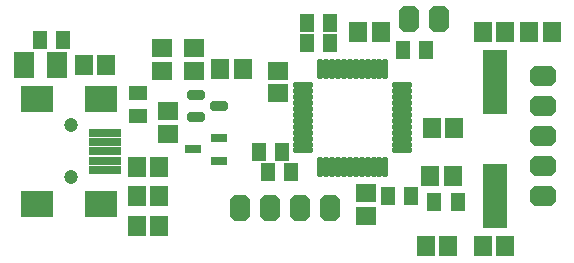
<source format=gts>
G04*
G04 #@! TF.GenerationSoftware,Altium Limited,Altium Designer,24.3.1 (35)*
G04*
G04 Layer_Color=8388736*
%FSLAX44Y44*%
%MOMM*%
G71*
G04*
G04 #@! TF.SameCoordinates,268BF101-0F90-4EF0-BC03-07382AAEC2E5*
G04*
G04*
G04 #@! TF.FilePolarity,Negative*
G04*
G01*
G75*
G04:AMPARAMS|DCode=29|XSize=0.4832mm|YSize=1.7632mm|CornerRadius=0.1716mm|HoleSize=0mm|Usage=FLASHONLY|Rotation=270.000|XOffset=0mm|YOffset=0mm|HoleType=Round|Shape=RoundedRectangle|*
%AMROUNDEDRECTD29*
21,1,0.4832,1.4200,0,0,270.0*
21,1,0.1400,1.7632,0,0,270.0*
1,1,0.3432,-0.7100,-0.0700*
1,1,0.3432,-0.7100,0.0700*
1,1,0.3432,0.7100,0.0700*
1,1,0.3432,0.7100,-0.0700*
%
%ADD29ROUNDEDRECTD29*%
%ADD30R,1.5032X1.8032*%
G04:AMPARAMS|DCode=31|XSize=0.4832mm|YSize=1.7632mm|CornerRadius=0.1716mm|HoleSize=0mm|Usage=FLASHONLY|Rotation=180.000|XOffset=0mm|YOffset=0mm|HoleType=Round|Shape=RoundedRectangle|*
%AMROUNDEDRECTD31*
21,1,0.4832,1.4200,0,0,180.0*
21,1,0.1400,1.7632,0,0,180.0*
1,1,0.3432,-0.0700,0.7100*
1,1,0.3432,0.0700,0.7100*
1,1,0.3432,0.0700,-0.7100*
1,1,0.3432,-0.0700,-0.7100*
%
%ADD31ROUNDEDRECTD31*%
%ADD32R,1.1532X1.5032*%
%ADD33R,1.8032X1.5032*%
%ADD34R,1.3532X0.8032*%
%ADD35R,2.1336X5.5372*%
G04:AMPARAMS|DCode=36|XSize=1.4632mm|YSize=0.7932mm|CornerRadius=0.1754mm|HoleSize=0mm|Usage=FLASHONLY|Rotation=0.000|XOffset=0mm|YOffset=0mm|HoleType=Round|Shape=RoundedRectangle|*
%AMROUNDEDRECTD36*
21,1,1.4632,0.4425,0,0,0.0*
21,1,1.1125,0.7932,0,0,0.0*
1,1,0.3507,0.5563,-0.2213*
1,1,0.3507,-0.5563,-0.2213*
1,1,0.3507,-0.5563,0.2213*
1,1,0.3507,0.5563,0.2213*
%
%ADD36ROUNDEDRECTD36*%
%ADD37R,1.5032X1.1532*%
%ADD38R,2.7032X0.7270*%
%ADD39R,2.7032X2.2032*%
%ADD40R,1.8032X2.2032*%
G04:AMPARAMS|DCode=41|XSize=2.2352mm|YSize=1.7272mm|CornerRadius=0mm|HoleSize=0mm|Usage=FLASHONLY|Rotation=90.000|XOffset=0mm|YOffset=0mm|HoleType=Round|Shape=Octagon|*
%AMOCTAGOND41*
4,1,8,0.4318,1.1176,-0.4318,1.1176,-0.8636,0.6858,-0.8636,-0.6858,-0.4318,-1.1176,0.4318,-1.1176,0.8636,-0.6858,0.8636,0.6858,0.4318,1.1176,0.0*
%
%ADD41OCTAGOND41*%

G04:AMPARAMS|DCode=42|XSize=2.2352mm|YSize=1.7272mm|CornerRadius=0mm|HoleSize=0mm|Usage=FLASHONLY|Rotation=180.000|XOffset=0mm|YOffset=0mm|HoleType=Round|Shape=Octagon|*
%AMOCTAGOND42*
4,1,8,-1.1176,0.4318,-1.1176,-0.4318,-0.6858,-0.8636,0.6858,-0.8636,1.1176,-0.4318,1.1176,0.4318,0.6858,0.8636,-0.6858,0.8636,-1.1176,0.4318,0.0*
%
%ADD42OCTAGOND42*%

%ADD43C,1.2032*%
D29*
X782430Y793870D02*
D03*
Y773870D02*
D03*
Y778870D02*
D03*
Y783870D02*
D03*
Y788870D02*
D03*
Y798870D02*
D03*
Y803870D02*
D03*
Y808870D02*
D03*
Y813870D02*
D03*
Y818870D02*
D03*
Y823870D02*
D03*
Y828870D02*
D03*
X866030D02*
D03*
Y823870D02*
D03*
Y818870D02*
D03*
Y813870D02*
D03*
Y808870D02*
D03*
Y803870D02*
D03*
Y798870D02*
D03*
Y793870D02*
D03*
Y788870D02*
D03*
Y783870D02*
D03*
Y778870D02*
D03*
Y773870D02*
D03*
D30*
X660400Y735330D02*
D03*
Y759460D02*
D03*
X847700Y873760D02*
D03*
X828700D02*
D03*
X641400Y759460D02*
D03*
X992480Y873760D02*
D03*
X973480D02*
D03*
X953110D02*
D03*
X934110D02*
D03*
X596290Y845820D02*
D03*
X615290D02*
D03*
X909930Y792480D02*
D03*
X890930D02*
D03*
X908660Y751840D02*
D03*
X889660D02*
D03*
X885850Y692912D02*
D03*
X904850D02*
D03*
X934110D02*
D03*
X953110D02*
D03*
X641400Y735330D02*
D03*
Y709930D02*
D03*
X660400D02*
D03*
X711860Y843026D02*
D03*
X730860D02*
D03*
D31*
X851730Y759570D02*
D03*
X846730D02*
D03*
X841730D02*
D03*
X836730D02*
D03*
X831730D02*
D03*
X826730D02*
D03*
X821730D02*
D03*
X816730D02*
D03*
X811730D02*
D03*
X806730D02*
D03*
X801730D02*
D03*
X796730D02*
D03*
Y843170D02*
D03*
X801730D02*
D03*
X806730D02*
D03*
X811730D02*
D03*
X816730D02*
D03*
X821730D02*
D03*
X826730D02*
D03*
X831730D02*
D03*
X836730D02*
D03*
X841730D02*
D03*
X846730D02*
D03*
X851730D02*
D03*
D32*
X853600Y735330D02*
D03*
X873600Y735330D02*
D03*
X578960Y867410D02*
D03*
X558960Y867410D02*
D03*
X772000Y755650D02*
D03*
X752000Y755650D02*
D03*
X764380Y772160D02*
D03*
X744380Y772160D02*
D03*
X785020Y881380D02*
D03*
X805020Y881380D02*
D03*
X785020Y864870D02*
D03*
X805020Y864870D02*
D03*
X886300Y858520D02*
D03*
X866300Y858520D02*
D03*
X912970Y730250D02*
D03*
X892970Y730250D02*
D03*
D33*
X760730Y822350D02*
D03*
Y841350D02*
D03*
X835660Y718710D02*
D03*
Y737710D02*
D03*
X668020Y788060D02*
D03*
Y807060D02*
D03*
X689610Y841400D02*
D03*
Y860400D02*
D03*
X662940Y841400D02*
D03*
Y860400D02*
D03*
D34*
X688520Y774700D02*
D03*
X711020Y784200D02*
D03*
Y765200D02*
D03*
D35*
X944880Y735330D02*
D03*
Y831851D02*
D03*
D36*
X710840Y811530D02*
D03*
X691240Y802030D02*
D03*
Y821030D02*
D03*
D37*
X642532Y802878D02*
D03*
Y822878D02*
D03*
D38*
X614270Y789020D02*
D03*
Y781020D02*
D03*
Y773020D02*
D03*
Y765020D02*
D03*
Y757020D02*
D03*
D39*
X611270Y817520D02*
D03*
Y728520D02*
D03*
X556770Y817520D02*
D03*
Y728520D02*
D03*
D40*
X574070Y845820D02*
D03*
X546070D02*
D03*
D41*
X871880Y885190D02*
D03*
X897280D02*
D03*
X805180Y725170D02*
D03*
X779780D02*
D03*
X754380D02*
D03*
X728980D02*
D03*
D42*
X985520Y836930D02*
D03*
Y811530D02*
D03*
Y786130D02*
D03*
Y760730D02*
D03*
Y735330D02*
D03*
D43*
X585470Y751020D02*
D03*
Y795020D02*
D03*
M02*

</source>
